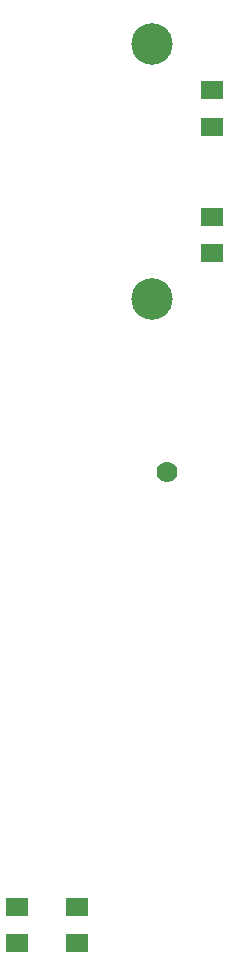
<source format=gtp>
G04 MADE WITH FRITZING*
G04 WWW.FRITZING.ORG*
G04 DOUBLE SIDED*
G04 HOLES PLATED*
G04 CONTOUR ON CENTER OF CONTOUR VECTOR*
%ASAXBY*%
%FSLAX23Y23*%
%MOIN*%
%OFA0B0*%
%SFA1.0B1.0*%
%ADD10C,0.138425*%
%ADD11C,0.070000*%
%ADD12R,0.074803X0.062992*%
%LNPASTEMASK1*%
G90*
G70*
G54D10*
X749Y3873D03*
X749Y3023D03*
G54D11*
X799Y2448D03*
G54D12*
X949Y3598D03*
X949Y3720D03*
X949Y3298D03*
X949Y3176D03*
X299Y998D03*
X299Y876D03*
X499Y998D03*
X499Y876D03*
G04 End of PasteMask1*
M02*
</source>
